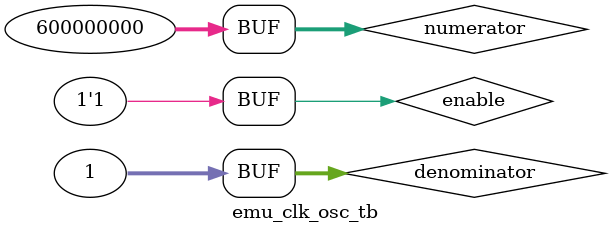
<source format=sv>
`timescale 1ps / 1ps


module emu_clk_osc_tb;

  // Inputs
  reg enable;
  reg [31:0] numerator;
  reg [31:0] denominator;

  // Outputs
  wire clk_out;

  // Instantiate the DUT
  emu_clk_osc my_clk_osc (
    .enable(enable),
    .numerator(numerator),
    .denominator(denominator),
    .clk_out(clk_out)
  );



  // Test sequence
  initial begin
    // Enable the clock with numerator = 1 and denominator = 1
    enable = 1'b1;
    numerator = 32'h23c34600;
    denominator = 32'h1;

  end
endmodule

</source>
